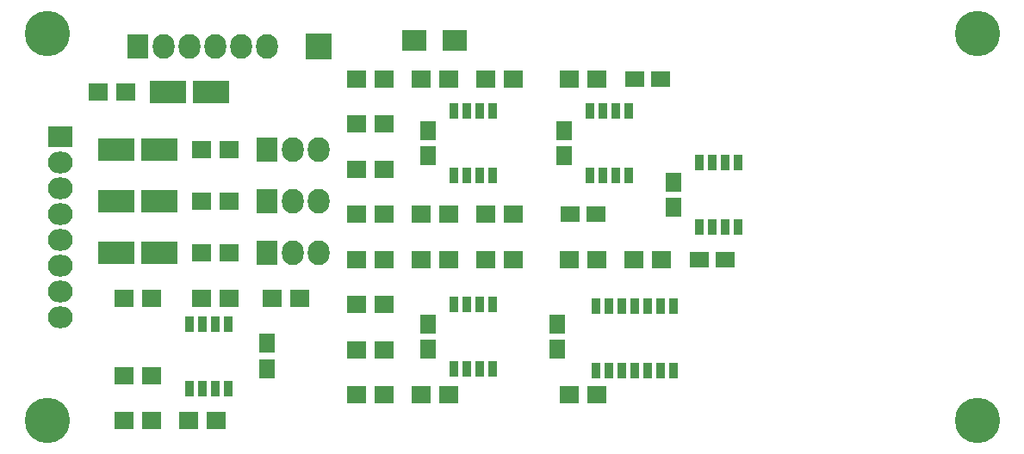
<source format=gbr>
G04 #@! TF.FileFunction,Soldermask,Top*
%FSLAX46Y46*%
G04 Gerber Fmt 4.6, Leading zero omitted, Abs format (unit mm)*
G04 Created by KiCad (PCBNEW 4.0.2-stable) date 8/08/2016 13:57:25*
%MOMM*%
G01*
G04 APERTURE LIST*
%ADD10C,0.100000*%
%ADD11R,0.908000X1.543000*%
%ADD12C,4.464000*%
%ADD13R,1.900000X1.650000*%
%ADD14R,1.650000X1.900000*%
%ADD15R,1.900000X1.700000*%
%ADD16R,2.127200X2.432000*%
%ADD17O,2.127200X2.432000*%
%ADD18R,2.432000X2.127200*%
%ADD19O,2.432000X2.127200*%
%ADD20R,2.635200X2.635200*%
%ADD21R,3.549600X2.200860*%
%ADD22R,2.400000X2.100000*%
G04 APERTURE END LIST*
D10*
D11*
X80645000Y-57277000D03*
X81915000Y-57277000D03*
X83185000Y-57277000D03*
X84455000Y-57277000D03*
X85725000Y-57277000D03*
X86995000Y-57277000D03*
X88265000Y-57277000D03*
X88265000Y-50927000D03*
X86995000Y-50927000D03*
X84455000Y-50927000D03*
X83185000Y-50927000D03*
X81915000Y-50927000D03*
X80645000Y-50927000D03*
X85725000Y-50927000D03*
D12*
X26670000Y-24130000D03*
X118110000Y-24130000D03*
X118110000Y-62230000D03*
D11*
X66675000Y-50800000D03*
X67945000Y-50800000D03*
X69215000Y-50800000D03*
X70485000Y-50800000D03*
X70485000Y-57150000D03*
X69215000Y-57150000D03*
X67945000Y-57150000D03*
X66675000Y-57150000D03*
D13*
X78125000Y-41910000D03*
X80625000Y-41910000D03*
X84475000Y-28575000D03*
X86975000Y-28575000D03*
D14*
X76835000Y-55225000D03*
X76835000Y-52725000D03*
X64135000Y-36175000D03*
X64135000Y-33675000D03*
X64135000Y-55225000D03*
X64135000Y-52725000D03*
X77470000Y-36175000D03*
X77470000Y-33675000D03*
X48260000Y-57130000D03*
X48260000Y-54630000D03*
D15*
X63420000Y-41910000D03*
X66120000Y-41910000D03*
X41830000Y-35560000D03*
X44530000Y-35560000D03*
X57070000Y-46355000D03*
X59770000Y-46355000D03*
X57070000Y-37465000D03*
X59770000Y-37465000D03*
X63420000Y-28575000D03*
X66120000Y-28575000D03*
X57070000Y-33020000D03*
X59770000Y-33020000D03*
X69770000Y-28575000D03*
X72470000Y-28575000D03*
X57070000Y-41910000D03*
X59770000Y-41910000D03*
X41830000Y-40640000D03*
X44530000Y-40640000D03*
X57070000Y-28575000D03*
X59770000Y-28575000D03*
X57070000Y-50800000D03*
X59770000Y-50800000D03*
X69770000Y-46355000D03*
X72470000Y-46355000D03*
X63420000Y-46355000D03*
X66120000Y-46355000D03*
X57070000Y-55245000D03*
X59770000Y-55245000D03*
X69770000Y-41910000D03*
X72470000Y-41910000D03*
X48815000Y-50165000D03*
X51515000Y-50165000D03*
X41830000Y-45720000D03*
X44530000Y-45720000D03*
X36910000Y-57785000D03*
X34210000Y-57785000D03*
X34210000Y-62230000D03*
X36910000Y-62230000D03*
X41830000Y-50165000D03*
X44530000Y-50165000D03*
X43260000Y-62230000D03*
X40560000Y-62230000D03*
X34210000Y-50165000D03*
X36910000Y-50165000D03*
X78025000Y-28575000D03*
X80725000Y-28575000D03*
D11*
X66675000Y-31750000D03*
X67945000Y-31750000D03*
X69215000Y-31750000D03*
X70485000Y-31750000D03*
X70485000Y-38100000D03*
X69215000Y-38100000D03*
X67945000Y-38100000D03*
X66675000Y-38100000D03*
X40640000Y-52705000D03*
X41910000Y-52705000D03*
X43180000Y-52705000D03*
X44450000Y-52705000D03*
X44450000Y-59055000D03*
X43180000Y-59055000D03*
X41910000Y-59055000D03*
X40640000Y-59055000D03*
X80010000Y-31750000D03*
X81280000Y-31750000D03*
X82550000Y-31750000D03*
X83820000Y-31750000D03*
X83820000Y-38100000D03*
X82550000Y-38100000D03*
X81280000Y-38100000D03*
X80010000Y-38100000D03*
D16*
X35560000Y-25400000D03*
D17*
X38100000Y-25400000D03*
X40640000Y-25400000D03*
X43180000Y-25400000D03*
X45720000Y-25400000D03*
X48260000Y-25400000D03*
D15*
X78025000Y-46355000D03*
X80725000Y-46355000D03*
X87075000Y-46355000D03*
X84375000Y-46355000D03*
D16*
X48260000Y-35560000D03*
D17*
X50800000Y-35560000D03*
X53340000Y-35560000D03*
D16*
X48260000Y-40640000D03*
D17*
X50800000Y-40640000D03*
X53340000Y-40640000D03*
D16*
X48260000Y-45720000D03*
D17*
X50800000Y-45720000D03*
X53340000Y-45720000D03*
D13*
X90825000Y-46355000D03*
X93325000Y-46355000D03*
D12*
X26670000Y-62230000D03*
D15*
X78025000Y-59690000D03*
X80725000Y-59690000D03*
D11*
X90805000Y-36830000D03*
X92075000Y-36830000D03*
X93345000Y-36830000D03*
X94615000Y-36830000D03*
X94615000Y-43180000D03*
X93345000Y-43180000D03*
X92075000Y-43180000D03*
X90805000Y-43180000D03*
D14*
X88265000Y-41255000D03*
X88265000Y-38755000D03*
D15*
X63420000Y-59690000D03*
X66120000Y-59690000D03*
X57070000Y-59690000D03*
X59770000Y-59690000D03*
D18*
X27940000Y-34290000D03*
D19*
X27940000Y-36830000D03*
X27940000Y-39370000D03*
X27940000Y-41910000D03*
X27940000Y-44450000D03*
X27940000Y-46990000D03*
X27940000Y-49530000D03*
X27940000Y-52070000D03*
D20*
X53340000Y-25400000D03*
D15*
X31670000Y-29845000D03*
X34370000Y-29845000D03*
D21*
X33434020Y-35560000D03*
X37685980Y-35560000D03*
X33434020Y-40640000D03*
X37685980Y-40640000D03*
X38514020Y-29845000D03*
X42765980Y-29845000D03*
X33434020Y-45720000D03*
X37685980Y-45720000D03*
D22*
X62770000Y-24765000D03*
X66770000Y-24765000D03*
M02*

</source>
